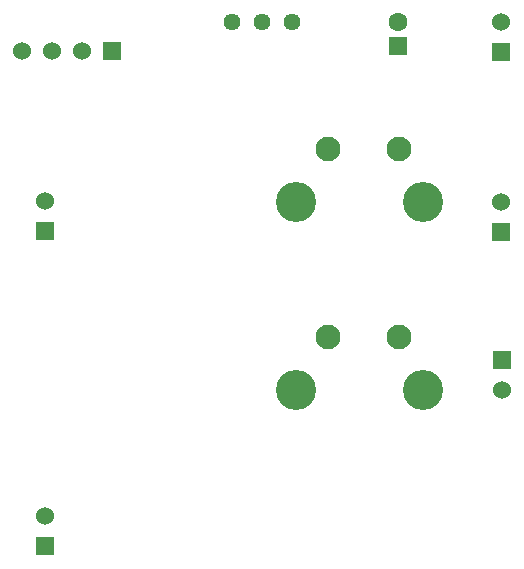
<source format=gbr>
%TF.GenerationSoftware,KiCad,Pcbnew,9.0.2*%
%TF.CreationDate,2025-09-01T16:12:15+02:00*%
%TF.ProjectId,remplacement,72656d70-6c61-4636-956d-656e742e6b69,rev?*%
%TF.SameCoordinates,Original*%
%TF.FileFunction,Soldermask,Bot*%
%TF.FilePolarity,Negative*%
%FSLAX46Y46*%
G04 Gerber Fmt 4.6, Leading zero omitted, Abs format (unit mm)*
G04 Created by KiCad (PCBNEW 9.0.2) date 2025-09-01 16:12:15*
%MOMM*%
%LPD*%
G01*
G04 APERTURE LIST*
G04 Aperture macros list*
%AMRoundRect*
0 Rectangle with rounded corners*
0 $1 Rounding radius*
0 $2 $3 $4 $5 $6 $7 $8 $9 X,Y pos of 4 corners*
0 Add a 4 corners polygon primitive as box body*
4,1,4,$2,$3,$4,$5,$6,$7,$8,$9,$2,$3,0*
0 Add four circle primitives for the rounded corners*
1,1,$1+$1,$2,$3*
1,1,$1+$1,$4,$5*
1,1,$1+$1,$6,$7*
1,1,$1+$1,$8,$9*
0 Add four rect primitives between the rounded corners*
20,1,$1+$1,$2,$3,$4,$5,0*
20,1,$1+$1,$4,$5,$6,$7,0*
20,1,$1+$1,$6,$7,$8,$9,0*
20,1,$1+$1,$8,$9,$2,$3,0*%
G04 Aperture macros list end*
%ADD10C,2.100000*%
%ADD11C,3.400000*%
%ADD12C,1.530000*%
%ADD13R,1.530000X1.530000*%
%ADD14C,1.440000*%
%ADD15RoundRect,0.250000X0.550000X-0.550000X0.550000X0.550000X-0.550000X0.550000X-0.550000X-0.550000X0*%
%ADD16C,1.600000*%
G04 APERTURE END LIST*
D10*
%TO.C,K1*%
X180750500Y-98008500D03*
D11*
X178050500Y-102508500D03*
X188750500Y-102508500D03*
D10*
X186750500Y-98008500D03*
%TD*%
%TO.C,K3*%
X180750500Y-82100000D03*
D11*
X178050500Y-86600000D03*
X188750500Y-86600000D03*
D10*
X186750500Y-82100000D03*
%TD*%
D12*
%TO.C,J3*%
X195350000Y-86600000D03*
D13*
X195350000Y-89140000D03*
%TD*%
D12*
%TO.C,J5*%
X156800000Y-86500000D03*
D13*
X156800000Y-89040000D03*
%TD*%
D14*
%TO.C,U1*%
X172574051Y-71381458D03*
X175114051Y-71381458D03*
X177654051Y-71381458D03*
%TD*%
D12*
%TO.C,J1*%
X195350000Y-71381458D03*
D13*
X195350000Y-73921458D03*
%TD*%
%TO.C,J7*%
X162404291Y-73775000D03*
D12*
X159864291Y-73775000D03*
X157324291Y-73775000D03*
X154784291Y-73775000D03*
%TD*%
D13*
%TO.C,J4*%
X156800000Y-115740000D03*
D12*
X156800000Y-113200000D03*
%TD*%
D13*
%TO.C,J2*%
X195500000Y-99968500D03*
D12*
X195500000Y-102508500D03*
%TD*%
D15*
%TO.C,C1*%
X186700000Y-73381458D03*
D16*
X186700000Y-71381458D03*
%TD*%
M02*

</source>
